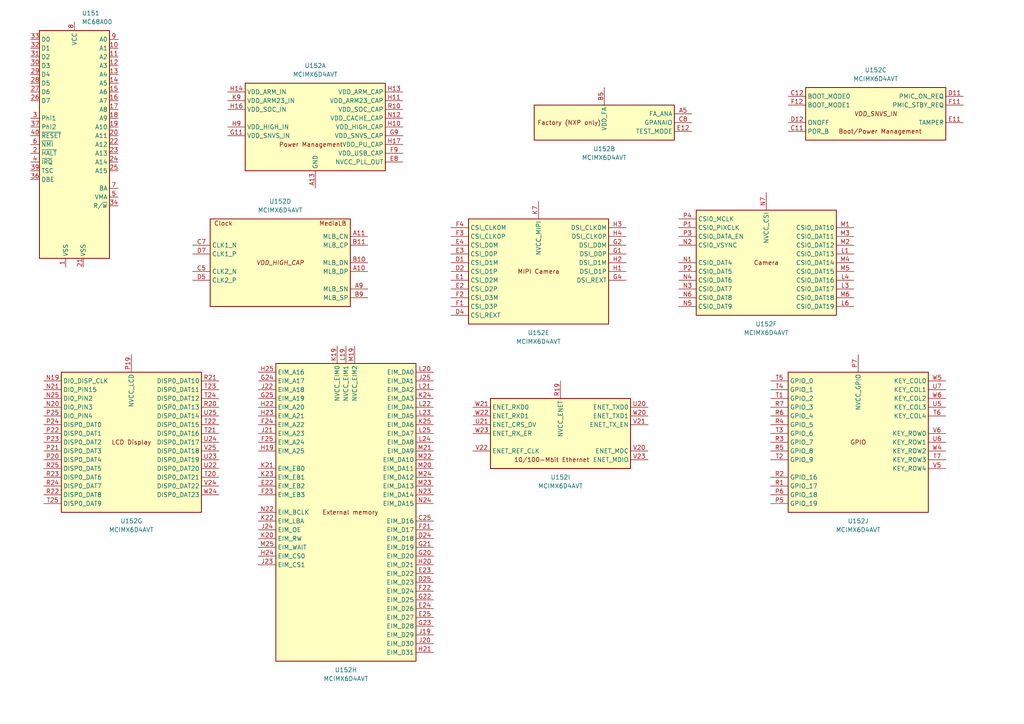
<source format=kicad_sch>
(kicad_sch (version 20250114) (generator "eeschema") (generator_version "9.0")
  (paper "A4")
  (symbol (lib_id "CPU_NXP_IMX:MCIMX6D4AVT") (at 100.33 148.59 0) (unit 8)
    (property "Reference" "U152" (at 100.33 194.31 0))
    (property "Value" "MCIMX6D4AVT" (at 100.33 196.85 0))
    (property "Footprint" "Package_BGA:BGA-624_21x21mm_Layout25x25_P0.8mm" (effects (hide yes)))
    (property "Datasheet" "https://www.nxp.com/docs/en/data-sheet/IMX6DQAEC.pdf" (effects (hide yes)))
    (property "Description" "i.MX 6Dual Automotive and Infotainment Application Processor, BGA-624" (effects (hide yes)))
  )
  (symbol (lib_id "CPU_NXP_IMX:MCIMX6D4AVT") (at 38.1 128.27 0) (unit 7)
    (property "Reference" "U152" (at 38.1 151.13 0))
    (property "Value" "MCIMX6D4AVT" (at 38.1 153.67 0))
    (property "Footprint" "Package_BGA:BGA-624_21x21mm_Layout25x25_P0.8mm" (effects (hide yes)))
    (property "Datasheet" "https://www.nxp.com/docs/en/data-sheet/IMX6DQAEC.pdf" (effects (hide yes)))
    (property "Description" "i.MX 6Dual Automotive and Infotainment Application Processor, BGA-624" (effects (hide yes)))
  )
  (symbol (lib_id "CPU_NXP_IMX:MCIMX6D4AVT") (at 222.25 76.2 0) (unit 6)
    (property "Reference" "U152" (at 222.25 93.98 0))
    (property "Value" "MCIMX6D4AVT" (at 222.25 96.52 0))
    (property "Footprint" "Package_BGA:BGA-624_21x21mm_Layout25x25_P0.8mm" (effects (hide yes)))
    (property "Datasheet" "https://www.nxp.com/docs/en/data-sheet/IMX6DQAEC.pdf" (effects (hide yes)))
    (property "Description" "i.MX 6Dual Automotive and Infotainment Application Processor, BGA-624" (effects (hide yes)))
  )
  (symbol (lib_id "CPU_NXP_IMX:MCIMX6D4AVT") (at 175.26 35.56 0) (unit 2)
    (property "Reference" "U152" (at 175.26 43.18 0))
    (property "Value" "MCIMX6D4AVT" (at 175.26 45.72 0))
    (property "Footprint" "Package_BGA:BGA-624_21x21mm_Layout25x25_P0.8mm" (effects (hide yes)))
    (property "Datasheet" "https://www.nxp.com/docs/en/data-sheet/IMX6DQAEC.pdf" (effects (hide yes)))
    (property "Description" "i.MX 6Dual Automotive and Infotainment Application Processor, BGA-624" (effects (hide yes)))
  )
  (symbol (lib_id "CPU_NXP_IMX:MCIMX6D4AVT") (at 81.28 76.2 0) (unit 4)
    (property "Reference" "U152" (at 81.28 58.42 0))
    (property "Value" "MCIMX6D4AVT" (at 81.28 60.96 0))
    (property "Footprint" "Package_BGA:BGA-624_21x21mm_Layout25x25_P0.8mm" (effects (hide yes)))
    (property "Datasheet" "https://www.nxp.com/docs/en/data-sheet/IMX6DQAEC.pdf" (effects (hide yes)))
    (property "Description" "i.MX 6Dual Automotive and Infotainment Application Processor, BGA-624" (effects (hide yes)))
  )
  (symbol (lib_id "CPU_NXP_6800:MC68A00") (at 21.59 41.91 0) (unit 1)
    (property "Reference" "U151" (at 23.7333 3.81 0) (effects (justify left)))
    (property "Value" "MC68A00" (at 23.7333 6.35 0) (effects (justify left)))
    (property "Footprint" "Package_DIP:DIP-40_W15.24mm" (effects (hide yes)))
    (property "Datasheet" "http://pdf.datasheetcatalog.com/datasheet/motorola/MC68A00L.pdf" (effects (hide yes)))
    (property "Description" "8-Bit Microprocessing unit 1.5MHz, DIP-40" (effects (hide yes)))
  )
  (symbol (lib_id "CPU_NXP_IMX:MCIMX6D4AVT") (at 91.44 36.83 0) (unit 1)
    (property "Reference" "U152" (at 91.44 19.05 0))
    (property "Value" "MCIMX6D4AVT" (at 91.44 21.59 0))
    (property "Footprint" "Package_BGA:BGA-624_21x21mm_Layout25x25_P0.8mm" (effects (hide yes)))
    (property "Datasheet" "https://www.nxp.com/docs/en/data-sheet/IMX6DQAEC.pdf" (effects (hide yes)))
    (property "Description" "i.MX 6Dual Automotive and Infotainment Application Processor, BGA-624" (effects (hide yes)))
  )
  (symbol (lib_id "CPU_NXP_IMX:MCIMX6D4AVT") (at 248.92 128.27 0) (unit 10)
    (property "Reference" "U152" (at 248.92 151.13 0))
    (property "Value" "MCIMX6D4AVT" (at 248.92 153.67 0))
    (property "Footprint" "Package_BGA:BGA-624_21x21mm_Layout25x25_P0.8mm" (effects (hide yes)))
    (property "Datasheet" "https://www.nxp.com/docs/en/data-sheet/IMX6DQAEC.pdf" (effects (hide yes)))
    (property "Description" "i.MX 6Dual Automotive and Infotainment Application Processor, BGA-624" (effects (hide yes)))
  )
  (symbol (lib_id "CPU_NXP_IMX:MCIMX6D4AVT") (at 156.21 78.74 0) (unit 5)
    (property "Reference" "U152" (at 156.21 96.52 0))
    (property "Value" "MCIMX6D4AVT" (at 156.21 99.06 0))
    (property "Footprint" "Package_BGA:BGA-624_21x21mm_Layout25x25_P0.8mm" (effects (hide yes)))
    (property "Datasheet" "https://www.nxp.com/docs/en/data-sheet/IMX6DQAEC.pdf" (effects (hide yes)))
    (property "Description" "i.MX 6Dual Automotive and Infotainment Application Processor, BGA-624" (effects (hide yes)))
  )
  (symbol (lib_id "CPU_NXP_IMX:MCIMX6D4AVT") (at 162.56 125.73 0) (unit 9)
    (property "Reference" "U152" (at 162.56 138.43 0))
    (property "Value" "MCIMX6D4AVT" (at 162.56 140.97 0))
    (property "Footprint" "Package_BGA:BGA-624_21x21mm_Layout25x25_P0.8mm" (effects (hide yes)))
    (property "Datasheet" "https://www.nxp.com/docs/en/data-sheet/IMX6DQAEC.pdf" (effects (hide yes)))
    (property "Description" "i.MX 6Dual Automotive and Infotainment Application Processor, BGA-624" (effects (hide yes)))
  )
  (symbol (lib_id "CPU_NXP_IMX:MCIMX6D4AVT") (at 254 33.02 0) (unit 3)
    (property "Reference" "U152" (at 254 20.32 0))
    (property "Value" "MCIMX6D4AVT" (at 254 22.86 0))
    (property "Footprint" "Package_BGA:BGA-624_21x21mm_Layout25x25_P0.8mm" (effects (hide yes)))
    (property "Datasheet" "https://www.nxp.com/docs/en/data-sheet/IMX6DQAEC.pdf" (effects (hide yes)))
    (property "Description" "i.MX 6Dual Automotive and Infotainment Application Processor, BGA-624" (effects (hide yes)))
  )
)
</source>
